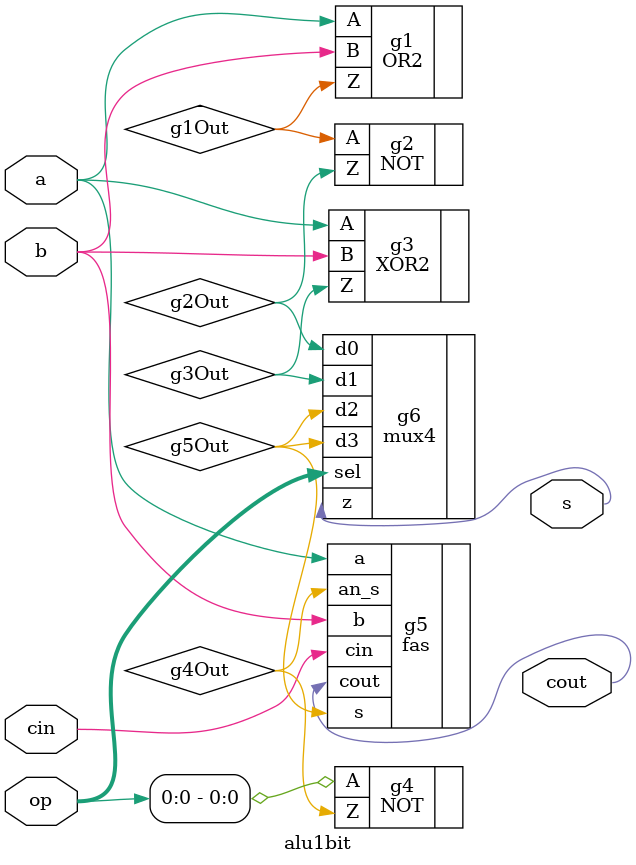
<source format=sv>
module alu1bit (
    input logic a,           // Input bit a
    input logic b,           // Input bit b
    input logic cin,         // Carry in
    input logic [1:0] op,    // Operation
    output logic s,          // Output S
    output logic cout        // Carry out
);

// Put your code here
// ------------------
logic g1Out,g2Out,g3Out,g4Out,g5Out;


OR2 #(.Tpdlh(10),.Tpdhl(8)) g1 (.A(a), .B(b), .Z(g1Out));
NOT #(.Tpdlh(10),.Tpdhl(9)) g2 (.A(g1Out), .Z(g2Out));

XOR2 #(.Tpdlh(6),.Tpdhl(5)) g3 (.A(a), .B(b), .Z(g3Out));

NOT #(.Tpdlh(10),.Tpdhl(9)) g4 (.A(op[0]), .Z(g4Out));

fas g5 (.a(a), .b(b), .cin(cin), .an_s(g4Out), .s(g5Out), .cout(cout));

mux4 g6 (.d0(g2Out), .d1(g3Out), .d2(g5Out), .d3(g5Out), .sel(op[1:0]), .z(s));





// End of your code

endmodule

</source>
